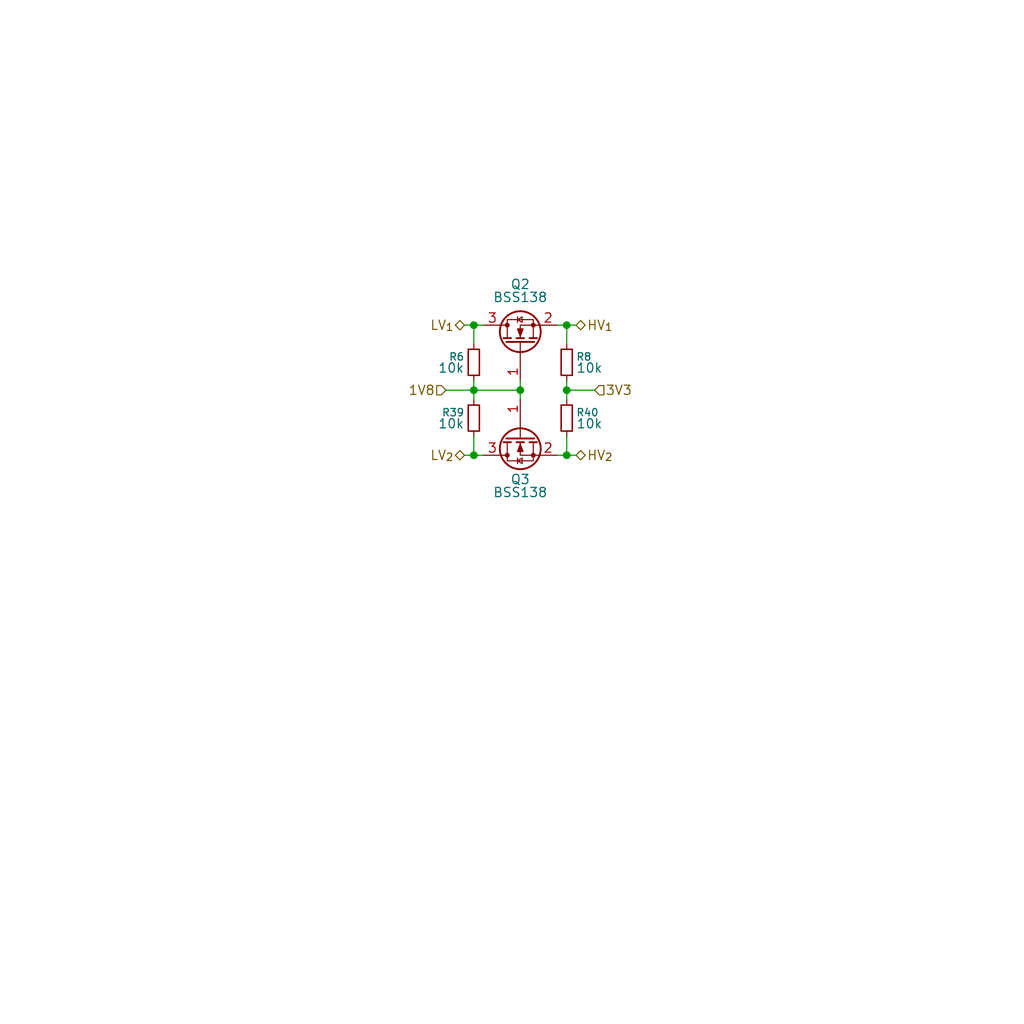
<source format=kicad_sch>
(kicad_sch (version 20250114) (generator "eeschema") (generator_version "9.0")
  (paper "User" 140 140)
  (lib_symbols
    (symbol "Device:R_Small" (pin_numbers (hide yes)) (pin_names (offset 0.254) (hide yes))
      (property "Reference" "R" (at 0 0 90))
      (property "Value" "R_Small" (at 1.778 0 90))
      (symbol "R_Small_0_1"
        (rectangle (start -0.762 1.778) (end 0.762 -1.778) (stroke (width 0.2032)))
      )
      (symbol "R_Small_1_1"
        (pin passive line (at 0 2.54 270) (length 0.762) (name "~") (number "1"))
        (pin passive line (at 0 -2.54 90) (length 0.762) (name "~") (number "2"))
      )
    )
    (symbol "Transistor_FET:BSS138" (pin_names (offset 0) (hide yes))
      (property "Reference" "Q" (at 5.08 1.905 0))
      (property "Value" "BSS138" (at 5.08 0 0))
      (symbol "BSS138_0_1"
        (polyline (pts (xy 0.254 1.905) (xy 0.254 -1.905)) (stroke (width 0.254)))
        (polyline (pts (xy 0.254 0) (xy -2.54 0)))
        (polyline (pts (xy 0.762 2.286) (xy 0.762 1.27)) (stroke (width 0.254)))
        (polyline (pts (xy 0.762 0.508) (xy 0.762 -0.508)) (stroke (width 0.254)))
        (polyline (pts (xy 0.762 -1.27) (xy 0.762 -2.286)) (stroke (width 0.254)))
        (polyline (pts (xy 0.762 -1.778) (xy 3.302 -1.778) (xy 3.302 1.778) (xy 0.762 1.778)))
        (polyline (pts (xy 1.016 0) (xy 2.032 0.381) (xy 2.032 -0.381) (xy 1.016 0)) (fill (type outline)))
        (circle (center 1.651 0) (radius 2.794) (stroke (width 0.254)))
        (polyline (pts (xy 2.54 2.54) (xy 2.54 1.778)))
        (circle (center 2.54 1.778) (radius 0.254) (fill (type outline)))
        (circle (center 2.54 -1.778) (radius 0.254) (fill (type outline)))
        (polyline (pts (xy 2.54 -2.54) (xy 2.54 0) (xy 0.762 0)))
        (polyline (pts (xy 2.921 0.381) (xy 3.683 0.381)))
        (polyline (pts (xy 3.302 0.381) (xy 2.921 -0.254) (xy 3.683 -0.254) (xy 3.302 0.381)))
      )
      (symbol "BSS138_1_1"
        (pin input line (at -5.08 0 0) (length 2.54) (name "G") (number "1"))
        (pin passive line (at 2.54 5.08 270) (length 2.54) (name "D") (number "3"))
        (pin passive line (at 2.54 -5.08 90) (length 2.54) (name "S") (number "2"))
      )
    )
  )
  (junction (at 77.47 53.34))
  (junction (at 64.77 44.45))
  (junction (at 77.47 44.45))
  (junction (at 77.47 62.23))
  (junction (at 71.12 53.34))
  (junction (at 64.77 62.23))
  (junction (at 64.77 53.34))
  (wire (pts (xy 77.47 62.23) (xy 78.74 62.23)))
  (wire (pts (xy 77.47 59.69) (xy 77.47 62.23)))
  (wire (pts (xy 76.2 44.45) (xy 77.47 44.45)))
  (wire (pts (xy 64.77 46.99) (xy 64.77 44.45)))
  (wire (pts (xy 77.47 53.34) (xy 81.28 53.34)))
  (wire (pts (xy 64.77 53.34) (xy 71.12 53.34)))
  (wire (pts (xy 77.47 44.45) (xy 78.74 44.45)))
  (wire (pts (xy 77.47 53.34) (xy 77.47 54.61)))
  (wire (pts (xy 64.77 54.61) (xy 64.77 53.34)))
  (wire (pts (xy 77.47 52.07) (xy 77.47 53.34)))
  (wire (pts (xy 60.96 53.34) (xy 64.77 53.34)))
  (wire (pts (xy 63.5 44.45) (xy 64.77 44.45)))
  (wire (pts (xy 64.77 52.07) (xy 64.77 53.34)))
  (wire (pts (xy 64.77 59.69) (xy 64.77 62.23)))
  (wire (pts (xy 64.77 62.23) (xy 66.04 62.23)))
  (wire (pts (xy 76.2 62.23) (xy 77.47 62.23)))
  (wire (pts (xy 77.47 46.99) (xy 77.47 44.45)))
  (wire (pts (xy 64.77 44.45) (xy 66.04 44.45)))
  (wire (pts (xy 71.12 52.07) (xy 71.12 53.34)))
  (wire (pts (xy 63.5 62.23) (xy 64.77 62.23)))
  (wire (pts (xy 71.12 53.34) (xy 71.12 54.61)))
  (hierarchical_label "LV_{1}" (shape bidirectional) (at 63.5 44.45 180))
  (hierarchical_label "LV_{2}" (shape bidirectional) (at 63.5 62.23 180))
  (hierarchical_label "HV_{1}" (shape bidirectional) (at 78.74 44.45 0))
  (hierarchical_label "3V3" (shape input) (at 81.28 53.34 0))
  (hierarchical_label "1V8" (shape input) (at 60.96 53.34 180))
  (hierarchical_label "HV_{2}" (shape bidirectional) (at 78.74 62.23 0))
  (symbol (lib_id "Device:R_Small") (at 77.47 57.15 0) (unit 1)
    (property "Reference" "R40" (at 78.74 56.388 0) (effects (font (size 1.016 1.016)) (justify left)))
    (property "Value" "10k" (at 78.74 57.9119 0) (effects (justify left)))
    (property "Description" "Resistor, small symbol" (effects (hide yes)))
  )
  (symbol (lib_id "Device:R_Small") (at 64.77 57.15 0) (mirror y) (unit 1)
    (property "Reference" "R39" (at 63.5 56.388 0) (effects (font (size 1.016 1.016)) (justify left)))
    (property "Value" "10k" (at 63.5 57.9119 0) (effects (justify left)))
    (property "Description" "Resistor, small symbol" (effects (hide yes)))
  )
  (symbol (lib_id "Transistor_FET:BSS138") (at 71.12 46.99 90) (unit 1)
    (property "Reference" "Q2" (at 71.12 38.862 90))
    (property "Value" "BSS138" (at 71.12 40.64 90))
    (property "Footprint" "Package_TO_SOT_SMD:SOT-23" (effects (hide yes)))
    (property "Datasheet" "https://www.onsemi.com/pub/Collateral/BSS138-D.PDF" (effects (hide yes)))
    (property "Description" "50V Vds, 0.22A Id, N-Channel MOSFET, SOT-23" (effects (hide yes)))
  )
  (symbol (lib_id "Device:R_Small") (at 77.47 49.53 0) (unit 1)
    (property "Reference" "R8" (at 78.74 48.768 0) (effects (font (size 1.016 1.016)) (justify left)))
    (property "Value" "10k" (at 78.74 50.2919 0) (effects (justify left)))
    (property "Description" "Resistor, small symbol" (effects (hide yes)))
  )
  (symbol (lib_id "Transistor_FET:BSS138") (at 71.12 59.69 90) (mirror x) (unit 1)
    (property "Reference" "Q3" (at 71.12 65.532 90))
    (property "Value" "BSS138" (at 71.12 67.31 90))
    (property "Footprint" "Package_TO_SOT_SMD:SOT-23" (effects (hide yes)))
    (property "Datasheet" "https://www.onsemi.com/pub/Collateral/BSS138-D.PDF" (effects (hide yes)))
    (property "Description" "50V Vds, 0.22A Id, N-Channel MOSFET, SOT-23" (effects (hide yes)))
  )
  (symbol (lib_id "Device:R_Small") (at 64.77 49.53 0) (mirror y) (unit 1)
    (property "Reference" "R6" (at 63.5 48.768 0) (effects (font (size 1.016 1.016)) (justify left)))
    (property "Value" "10k" (at 63.5 50.2919 0) (effects (justify left)))
    (property "Description" "Resistor, small symbol" (effects (hide yes)))
  )
)
</source>
